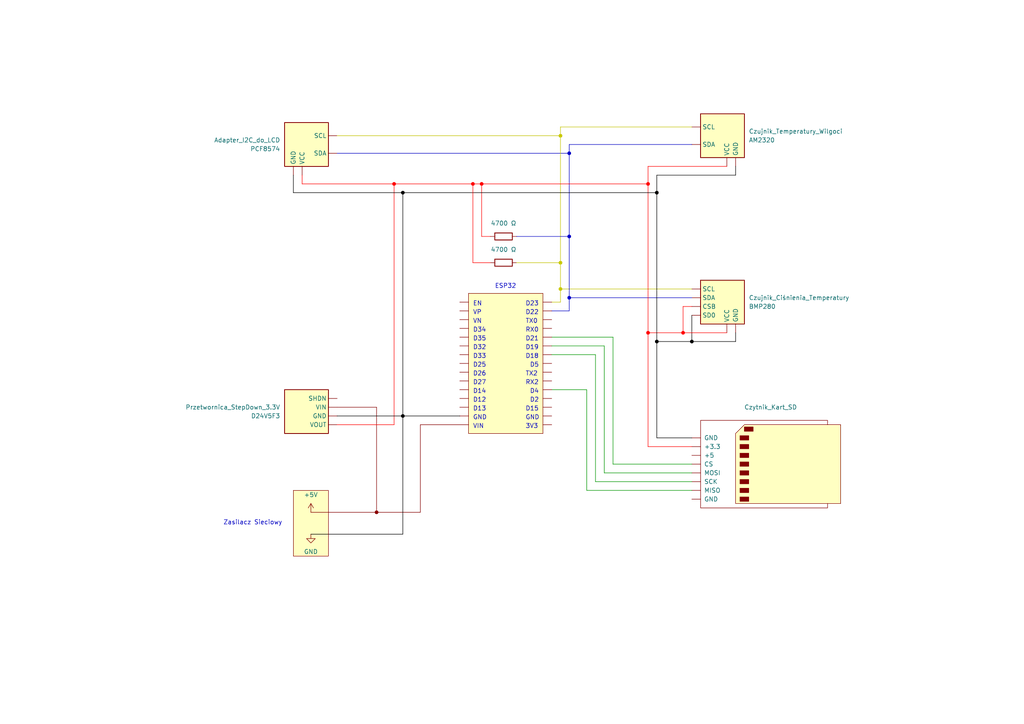
<source format=kicad_sch>
(kicad_sch (version 20230121) (generator eeschema)
  (paper "A4")
  (lib_symbols
    (symbol "BMP280_1" (pin_numbers hide)
      (property "Reference" "Czujnik_Temperatury_Wilgoci" (at 6.35 2.54 0))
      (property "Value" "AM2320" (at 6.35 0 0))
      (symbol "BMP280_1_0_1"
        (rectangle (start -7.62 7.62) (end 5.08 -5.08) (stroke (width 0.254)) (fill (type background)))
      )
      (symbol "BMP280_1_1_1"
        (pin power_in line (at 0 -7.62 90) (length 2.54) (name "VCC") (number "1"))
        (pin input line (at -10.16 3.81 0) (length 2.54) (name "SCL") (number "2"))
        (pin power_in line (at 2.54 -7.62 90) (length 2.54) (name "GND") (number "3"))
        (pin bidirectional line (at -10.16 -1.27 0) (length 2.54) (name "SDA") (number "4"))
      )
    )
    (symbol "BMP280_2" (pin_numbers hide)
      (property "Value" "D24V5F3" (at 6.35 1.27 0))
      (symbol "BMP280_2_0_1"
        (rectangle (start -7.62 7.62) (end 5.08 -5.08) (stroke (width 0.254)) (fill (type background)))
      )
      (symbol "BMP280_2_1_1"
        (pin input line (at -10.16 5.08 0) (length 2.54) (name "SHDN") (number "1"))
        (pin power_in line (at -10.16 2.54 0) (length 2.54) (name "VIN") (number "2"))
        (pin power_in line (at -10.16 0 0) (length 2.54) (name "GND") (number "3"))
        (pin power_out line (at -10.16 -2.54 0) (length 2.54) (name "VOUT") (number "4"))
      )
    )
    (symbol "BMP280_3" (pin_numbers hide)
      (property "Reference" "Adapter_I2C_LCD" (at 6.35 2.54 0))
      (property "Value" "PCF8574" (at 6.35 0 0))
      (symbol "BMP280_3_0_1"
        (rectangle (start -7.62 7.62) (end 5.08 -5.08) (stroke (width 0.254)) (fill (type background)))
      )
      (symbol "BMP280_3_1_1"
        (pin power_in line (at 0 -7.62 90) (length 2.54) (name "VCC") (number "1"))
        (pin input line (at -10.16 3.81 0) (length 2.54) (name "SCL") (number "2"))
        (pin power_in line (at 2.54 -7.62 90) (length 2.54) (name "GND") (number "3"))
        (pin bidirectional line (at -10.16 -1.27 0) (length 2.54) (name "SDA") (number "4"))
      )
    )
    (symbol "Connector:SD_Card" (pin_numbers hide) (pin_names (offset 1.016))
      (property "Reference" "SD_Card_Reader" (at 0 16.51 0))
      (symbol "SD_Card_0_1"
        (rectangle (start -8.89 -9.525) (end -6.35 -10.795) (fill (type outline)))
        (rectangle (start -8.89 -6.985) (end -6.35 -8.255) (fill (type outline)))
        (rectangle (start -8.89 -4.445) (end -6.35 -5.715) (fill (type outline)))
        (rectangle (start -8.89 -1.905) (end -6.35 -3.175) (fill (type outline)))
        (rectangle (start -8.89 0.635) (end -6.35 -0.635) (fill (type outline)))
        (rectangle (start -8.89 3.175) (end -6.35 1.905) (fill (type outline)))
        (rectangle (start -8.89 5.715) (end -6.35 4.445) (fill (type outline)))
        (rectangle (start -8.89 8.255) (end -6.35 6.985) (fill (type outline)))
        (rectangle (start -7.62 10.795) (end -5.08 9.525) (fill (type outline)))
        (polyline (pts (xy -10.16 8.89) (xy -7.62 11.43) (xy 20.32 11.43) (xy 20.32 -11.43) (xy -10.16 -11.43) (xy -10.16 8.89)) (fill (type background)))
        (polyline (pts (xy 16.51 11.43) (xy 16.51 12.7) (xy -20.32 12.7) (xy -20.32 -12.7) (xy 16.51 -12.7) (xy 16.51 -11.43)))
      )
      (symbol "SD_Card_1_1"
        (pin power_in line (at -22.86 7.62 0) (length 2.54) (name "GND") (number "1"))
        (pin power_in line (at -22.86 5.08 0) (length 2.54) (name "+3.3") (number "2"))
        (pin power_in line (at -22.86 2.54 0) (length 2.54) (name "+5") (number "3"))
        (pin input line (at -22.86 0 0) (length 2.54) (name "CS") (number "4"))
        (pin input line (at -22.86 -2.54 0) (length 2.54) (name "MOSI") (number "5"))
        (pin input line (at -22.86 -5.08 0) (length 2.54) (name "SCK") (number "6"))
        (pin input line (at -22.86 -7.62 0) (length 2.54) (name "MISO") (number "7"))
        (pin power_in line (at -22.86 -10.16 0) (length 2.54) (name "GND") (number "8"))
      )
    )
    (symbol "Device:R" (pin_numbers hide) (pin_names (offset 0))
      (property "Reference" "R" (at 2.032 0 90))
      (property "Value" "R" (at 0 0 90))
      (symbol "R_0_1"
        (rectangle (start -1.016 -2.54) (end 1.016 2.54) (stroke (width 0.254)))
      )
      (symbol "R_1_1"
        (pin passive line (at 0 3.81 270) (length 1.27) (name "~") (number "1"))
        (pin passive line (at 0 -3.81 90) (length 1.27) (name "~") (number "2"))
      )
    )
    (symbol "Sensor_Pressure:BMP280" (pin_numbers hide)
      (property "Reference" "Czujnik_Ciśnienia_Temperatury" (at 6.35 2.54 0))
      (property "Value" "BMP280" (at 6.35 0 0))
      (symbol "BMP280_0_1"
        (rectangle (start -7.62 7.62) (end 5.08 -5.08) (stroke (width 0.254)) (fill (type background)))
      )
      (symbol "BMP280_1_1"
        (pin power_in line (at 0 -7.62 90) (length 2.54) (name "VCC") (number "1"))
        (pin power_in line (at 2.54 -7.62 90) (length 2.54) (name "GND") (number "2"))
        (pin input line (at -10.16 5.08 0) (length 2.54) (name "SCL") (number "3"))
        (pin bidirectional line (at -10.16 2.54 0) (length 2.54) (name "SDA") (number "4"))
        (pin bidirectional line (at -10.16 0 0) (length 2.54) (name "CSB") (number "5"))
        (pin input line (at -10.16 -2.54 0) (length 2.54) (name "SD0") (number "6"))
      )
    )
    (symbol "power:+5V" (power) (pin_names (offset 0))
      (property "Value" "+5V" (at 0 3.556 0))
      (symbol "+5V_0_1"
        (polyline (pts (xy -0.762 1.27) (xy 0 2.54)))
        (polyline (pts (xy 0 0) (xy 0 2.54)))
        (polyline (pts (xy 0 2.54) (xy 0.762 1.27)))
      )
      (symbol "+5V_1_1"
        (pin power_in line (at 0 0 90) (length 0) hide (name "+5V") (number "1"))
      )
    )
    (symbol "power:GND" (power) (pin_names (offset 0))
      (property "Value" "GND" (at 0 -3.81 0))
      (symbol "GND_0_1"
        (polyline (pts (xy 0 0) (xy 0 -1.27) (xy 1.27 -1.27) (xy 0 -2.54) (xy -1.27 -1.27) (xy 0 -1.27)))
      )
      (symbol "GND_1_1"
        (pin power_in line (at 0 0 270) (length 0) hide (name "GND") (number "1"))
      )
    )
  )
  (junction (at 162.56 76.2) (color 194 194 0 1))
  (junction (at 162.56 39.37) (color 194 194 0 1))
  (junction (at 137.16 53.34) (color 255 0 0 1))
  (junction (at 116.84 55.88) (color 0 0 0 1))
  (junction (at 165.1 86.36) (color 0 0 194 1))
  (junction (at 190.5 55.88) (color 0 0 0 1))
  (junction (at 165.1 68.58) (color 0 0 194 1))
  (junction (at 109.22 148.59) (color 132 0 0 1))
  (junction (at 165.1 44.45) (color 0 0 194 1))
  (junction (at 114.3 53.34) (color 255 0 0 1))
  (junction (at 187.96 96.52) (color 255 0 0 1))
  (junction (at 198.12 96.52) (color 255 0 0 1))
  (junction (at 116.84 120.65) (color 0 0 0 1))
  (junction (at 187.96 53.34) (color 255 0 0 1))
  (junction (at 200.66 99.06) (color 0 0 0 1))
  (junction (at 190.5 99.06) (color 0 0 0 1))
  (junction (at 139.7 53.34) (color 255 0 0 1))
  (junction (at 162.56 83.82) (color 194 194 0 1))
  (wire (pts (xy 190.5 99.06) (xy 200.66 99.06)) (stroke (width 0) (color 0 0 0 1)))
  (wire (pts (xy 135.89 118.11) (xy 133.35 118.11)) (stroke (width 0) (color 132 0 0 1)))
  (wire (pts (xy 200.66 134.62) (xy 177.8 134.62)))
  (wire (pts (xy 109.22 118.11) (xy 97.79 118.11)) (stroke (width 0) (color 132 0 0 1)))
  (wire (pts (xy 160.02 118.11) (xy 157.48 118.11)) (stroke (width 0) (color 132 0 0 1)))
  (wire (pts (xy 165.1 68.58) (xy 165.1 44.45)) (stroke (width 0) (color 0 0 194 1)))
  (wire (pts (xy 213.36 99.06) (xy 213.36 96.52)) (stroke (width 0) (color 0 0 0 1)))
  (wire (pts (xy 121.92 123.19) (xy 135.89 123.19)) (stroke (width 0) (color 132 0 0 1)))
  (wire (pts (xy 160.02 123.19) (xy 157.48 123.19)) (stroke (width 0) (color 132 0 0 1)))
  (wire (pts (xy 187.96 53.34) (xy 187.96 48.26)) (stroke (width 0) (color 255 0 0 1)))
  (wire (pts (xy 165.1 86.36) (xy 165.1 90.17)) (stroke (width 0) (color 0 0 194 1)))
  (wire (pts (xy 187.96 48.26) (xy 210.82 48.26)) (stroke (width 0) (color 255 0 0 1)))
  (wire (pts (xy 116.84 120.65) (xy 133.35 120.65)) (stroke (width 0) (color 0 0 0 1)))
  (wire (pts (xy 160.02 107.95) (xy 157.48 107.95)) (stroke (width 0) (color 132 0 0 1)))
  (wire (pts (xy 160.02 105.41) (xy 157.48 105.41)) (stroke (width 0) (color 132 0 0 1)))
  (wire (pts (xy 109.22 148.59) (xy 121.92 148.59)) (stroke (width 0) (color 132 0 0 1)))
  (wire (pts (xy 200.66 137.16) (xy 175.26 137.16)))
  (wire (pts (xy 190.5 50.8) (xy 190.5 55.88)) (stroke (width 0) (color 0 0 0 1)))
  (wire (pts (xy 139.7 53.34) (xy 139.7 68.58)) (stroke (width 0) (color 255 0 0 1)))
  (wire (pts (xy 135.89 115.57) (xy 133.35 115.57)) (stroke (width 0) (color 132 0 0 1)))
  (wire (pts (xy 135.89 97.79) (xy 133.35 97.79)) (stroke (width 0) (color 132 0 0 1)))
  (wire (pts (xy 87.63 50.8) (xy 87.63 53.34)) (stroke (width 0) (color 255 0 0 1)))
  (wire (pts (xy 135.89 110.49) (xy 133.35 110.49)) (stroke (width 0) (color 132 0 0 1)))
  (wire (pts (xy 172.72 102.87) (xy 160.02 102.87)))
  (wire (pts (xy 135.89 107.95) (xy 133.35 107.95)) (stroke (width 0) (color 132 0 0 1)))
  (wire (pts (xy 165.1 86.36) (xy 200.66 86.36)) (stroke (width 0) (color 0 0 194 1)))
  (wire (pts (xy 162.56 83.82) (xy 162.56 87.63)) (stroke (width 0) (color 194 194 0 1)))
  (wire (pts (xy 198.12 88.9) (xy 200.66 88.9)) (stroke (width 0) (color 255 0 0 1)))
  (wire (pts (xy 170.18 113.03) (xy 160.02 113.03)))
  (wire (pts (xy 109.22 118.11) (xy 109.22 148.59)) (stroke (width 0) (color 132 0 0 1)))
  (wire (pts (xy 160.02 87.63) (xy 162.56 87.63)) (stroke (width 0) (color 194 194 0 1)))
  (wire (pts (xy 116.84 154.94) (xy 116.84 120.65)) (stroke (width 0) (color 0 0 0 1)))
  (wire (pts (xy 135.89 120.65) (xy 133.35 120.65)) (stroke (width 0) (color 132 0 0 1)))
  (wire (pts (xy 160.02 90.17) (xy 165.1 90.17)) (stroke (width 0) (color 0 0 194 1)))
  (wire (pts (xy 190.5 55.88) (xy 190.5 99.06)) (stroke (width 0) (color 0 0 0 1)))
  (wire (pts (xy 160.02 115.57) (xy 157.48 115.57)) (stroke (width 0) (color 132 0 0 1)))
  (wire (pts (xy 114.3 53.34) (xy 137.16 53.34)) (stroke (width 0) (color 255 0 0 1)))
  (wire (pts (xy 160.02 110.49) (xy 157.48 110.49)) (stroke (width 0) (color 132 0 0 1)))
  (wire (pts (xy 85.09 55.88) (xy 85.09 50.8)) (stroke (width 0) (color 0 0 0 1)))
  (wire (pts (xy 198.12 96.52) (xy 210.82 96.52)) (stroke (width 0) (color 255 0 0 1)))
  (wire (pts (xy 187.96 96.52) (xy 187.96 129.54)) (stroke (width 0) (color 255 0 0 1)))
  (wire (pts (xy 160.02 97.79) (xy 157.48 97.79)) (stroke (width 0) (color 132 0 0 1)))
  (wire (pts (xy 200.66 99.06) (xy 213.36 99.06)) (stroke (width 0) (color 0 0 0 1)))
  (wire (pts (xy 97.79 39.37) (xy 162.56 39.37)) (stroke (width 0) (color 194 194 0 1)))
  (wire (pts (xy 116.84 55.88) (xy 116.84 120.65)) (stroke (width 0) (color 0 0 0 1)))
  (wire (pts (xy 190.5 50.8) (xy 213.36 50.8)) (stroke (width 0) (color 0 0 0 1)))
  (wire (pts (xy 97.79 123.19) (xy 114.3 123.19)) (stroke (width 0) (color 255 0 0 1)))
  (wire (pts (xy 135.89 95.25) (xy 133.35 95.25)) (stroke (width 0) (color 132 0 0 1)))
  (wire (pts (xy 139.7 68.58) (xy 142.24 68.58)) (stroke (width 0) (color 255 0 0 1)))
  (wire (pts (xy 160.02 113.03) (xy 157.48 113.03)) (stroke (width 0) (color 132 0 0 1)))
  (wire (pts (xy 157.48 87.63) (xy 160.02 87.63)) (stroke (width 0) (color 132 0 0 1)))
  (wire (pts (xy 162.56 76.2) (xy 162.56 39.37)) (stroke (width 0) (color 194 194 0 1)))
  (wire (pts (xy 200.66 142.24) (xy 170.18 142.24)))
  (wire (pts (xy 135.89 105.41) (xy 133.35 105.41)) (stroke (width 0) (color 132 0 0 1)))
  (wire (pts (xy 165.1 68.58) (xy 149.86 68.58)) (stroke (width 0) (color 0 0 194 1)))
  (wire (pts (xy 135.89 100.33) (xy 133.35 100.33)) (stroke (width 0) (color 132 0 0 1)))
  (wire (pts (xy 135.89 87.63) (xy 133.35 87.63)) (stroke (width 0) (color 132 0 0 1)))
  (wire (pts (xy 90.17 148.59) (xy 109.22 148.59)) (stroke (width 0) (color 132 0 0 1)))
  (wire (pts (xy 160.02 120.65) (xy 157.48 120.65)) (stroke (width 0) (color 132 0 0 1)))
  (wire (pts (xy 139.7 53.34) (xy 187.96 53.34)) (stroke (width 0) (color 255 0 0 1)))
  (wire (pts (xy 170.18 142.24) (xy 170.18 113.03)))
  (wire (pts (xy 165.1 44.45) (xy 165.1 41.91)) (stroke (width 0) (color 0 0 194 1)))
  (wire (pts (xy 85.09 55.88) (xy 116.84 55.88)) (stroke (width 0) (color 0 0 0 1)))
  (wire (pts (xy 114.3 53.34) (xy 114.3 123.19)) (stroke (width 0) (color 255 0 0 1)))
  (wire (pts (xy 175.26 137.16) (xy 175.26 100.33)))
  (wire (pts (xy 162.56 83.82) (xy 200.66 83.82)) (stroke (width 0) (color 194 194 0 1)))
  (wire (pts (xy 190.5 99.06) (xy 190.5 127)) (stroke (width 0) (color 0 0 0 1)))
  (wire (pts (xy 165.1 41.91) (xy 200.66 41.91)) (stroke (width 0) (color 0 0 194 1)))
  (wire (pts (xy 135.89 113.03) (xy 133.35 113.03)) (stroke (width 0) (color 132 0 0 1)))
  (wire (pts (xy 213.36 50.8) (xy 213.36 48.26)) (stroke (width 0) (color 0 0 0 1)))
  (wire (pts (xy 97.79 44.45) (xy 165.1 44.45)) (stroke (width 0) (color 0 0 194 1)))
  (wire (pts (xy 162.56 36.83) (xy 200.66 36.83)) (stroke (width 0) (color 194 194 0 1)))
  (wire (pts (xy 162.56 76.2) (xy 162.56 83.82)) (stroke (width 0) (color 194 194 0 1)))
  (wire (pts (xy 198.12 96.52) (xy 198.12 88.9)) (stroke (width 0) (color 255 0 0 1)))
  (wire (pts (xy 160.02 90.17) (xy 157.48 90.17)) (stroke (width 0) (color 132 0 0 1)))
  (wire (pts (xy 187.96 53.34) (xy 187.96 96.52)) (stroke (width 0) (color 255 0 0 1)))
  (wire (pts (xy 116.84 55.88) (xy 190.5 55.88)) (stroke (width 0) (color 0 0 0 1)))
  (wire (pts (xy 165.1 68.58) (xy 165.1 86.36)) (stroke (width 0) (color 0 0 194 1)))
  (wire (pts (xy 162.56 39.37) (xy 162.56 36.83)) (stroke (width 0) (color 194 194 0 1)))
  (wire (pts (xy 137.16 53.34) (xy 139.7 53.34)) (stroke (width 0) (color 255 0 0 1)))
  (wire (pts (xy 160.02 95.25) (xy 157.48 95.25)) (stroke (width 0) (color 132 0 0 1)))
  (wire (pts (xy 200.66 91.44) (xy 200.66 99.06)) (stroke (width 0) (color 0 0 0 1)))
  (wire (pts (xy 137.16 76.2) (xy 142.24 76.2)) (stroke (width 0) (color 255 0 0 1)))
  (wire (pts (xy 87.63 53.34) (xy 114.3 53.34)) (stroke (width 0) (color 255 0 0 1)))
  (wire (pts (xy 121.92 148.59) (xy 121.92 123.19)) (stroke (width 0) (color 132 0 0 1)))
  (wire (pts (xy 187.96 96.52) (xy 198.12 96.52)) (stroke (width 0) (color 255 0 0 1)))
  (wire (pts (xy 137.16 53.34) (xy 137.16 76.2)) (stroke (width 0) (color 255 0 0 1)))
  (wire (pts (xy 160.02 100.33) (xy 175.26 100.33)))
  (wire (pts (xy 135.89 92.71) (xy 133.35 92.71)) (stroke (width 0) (color 132 0 0 1)))
  (wire (pts (xy 177.8 97.79) (xy 160.02 97.79)))
  (wire (pts (xy 160.02 102.87) (xy 157.48 102.87)) (stroke (width 0) (color 132 0 0 1)))
  (wire (pts (xy 172.72 139.7) (xy 172.72 102.87)))
  (wire (pts (xy 187.96 129.54) (xy 200.66 129.54)) (stroke (width 0) (color 255 0 0 1)))
  (wire (pts (xy 135.89 90.17) (xy 133.35 90.17)) (stroke (width 0) (color 132 0 0 1)))
  (wire (pts (xy 116.84 120.65) (xy 97.79 120.65)) (stroke (width 0) (color 0 0 0 1)))
  (wire (pts (xy 160.02 92.71) (xy 157.48 92.71)) (stroke (width 0) (color 132 0 0 1)))
  (wire (pts (xy 90.17 154.94) (xy 116.84 154.94)) (stroke (width 0) (color 0 0 0 1)))
  (wire (pts (xy 200.66 139.7) (xy 172.72 139.7)))
  (wire (pts (xy 135.89 102.87) (xy 133.35 102.87)) (stroke (width 0) (color 132 0 0 1)))
  (wire (pts (xy 177.8 134.62) (xy 177.8 97.79)))
  (wire (pts (xy 160.02 100.33) (xy 157.48 100.33)) (stroke (width 0) (color 132 0 0 1)))
  (wire (pts (xy 190.5 127) (xy 200.66 127)) (stroke (width 0) (color 0 0 0 1)))
  (wire (pts (xy 162.56 76.2) (xy 149.86 76.2)) (stroke (width 0) (color 194 194 0 1)))
  (rectangle (start 85.09 142.24) (end 95.25 161.29) (stroke (width 0) (color 132 0 0 1)) (fill (type color) (color 255 255 194 1)))
  (rectangle (start 135.89 85.09) (end 157.48 125.73) (stroke (width 0) (color 132 0 0 1)) (fill (type color) (color 255 255 194 1)))
  (text "3V3" (at 152.4 124.46 0) (effects (font (size 1.27 1.27)) (justify left bottom)))
  (text "D27" (at 137.16 111.76 0) (effects (font (size 1.27 1.27)) (justify left bottom)))
  (text "RX0" (at 152.4 96.52 0) (effects (font (size 1.27 1.27)) (justify left bottom)))
  (text "D34" (at 137.16 96.52 0) (effects (font (size 1.27 1.27)) (justify left bottom)))
  (text "TX2" (at 152.4 109.22 0) (effects (font (size 1.27 1.27)) (justify left bottom)))
  (text "TX0" (at 152.4 93.98 0) (effects (font (size 1.27 1.27)) (justify left bottom)))
  (text "D13" (at 137.16 119.38 0) (effects (font (size 1.27 1.27)) (justify left bottom)))
  (text "D5" (at 153.67 106.68 0) (effects (font (size 1.27 1.27)) (justify left bottom)))
  (text "D21" (at 152.4 99.06 0) (effects (font (size 1.27 1.27)) (justify left bottom)))
  (text "GND" (at 152.4 121.92 0) (effects (font (size 1.27 1.27)) (justify left bottom)))
  (text "D4" (at 153.67 114.3 0) (effects (font (size 1.27 1.27)) (justify left bottom)))
  (text "ESP32" (at 143.51 83.82 0) (effects (font (size 1.27 1.27)) (justify left bottom)))
  (text "D33" (at 137.16 104.14 0) (effects (font (size 1.27 1.27)) (justify left bottom)))
  (text "Zasilacz Sieciowy" (at 64.77 152.4 0) (effects (font (size 1.27 1.27)) (justify left bottom)))
  (text "D12" (at 137.16 116.84 0) (effects (font (size 1.27 1.27)) (justify left bottom)))
  (text "D23" (at 152.4 88.9 0) (effects (font (size 1.27 1.27)) (justify left bottom)))
  (text "VIN" (at 137.16 124.46 0) (effects (font (size 1.27 1.27)) (justify left bottom)))
  (text "EN" (at 137.16 88.9 0) (effects (font (size 1.27 1.27)) (justify left bottom)))
  (text "D26" (at 137.16 109.22 0) (effects (font (size 1.27 1.27)) (justify left bottom)))
  (text "D32" (at 137.16 101.6 0) (effects (font (size 1.27 1.27)) (justify left bottom)))
  (text "GND" (at 137.16 121.92 0) (effects (font (size 1.27 1.27)) (justify left bottom)))
  (text "D22" (at 152.4 91.44 0) (effects (font (size 1.27 1.27)) (justify left bottom)))
  (text "VP" (at 137.16 91.44 0) (effects (font (size 1.27 1.27)) (justify left bottom)))
  (text "D19" (at 152.4 101.6 0) (effects (font (size 1.27 1.27)) (justify left bottom)))
  (text "D15" (at 152.4 119.38 0) (effects (font (size 1.27 1.27)) (justify left bottom)))
  (text "VN" (at 137.16 93.98 0) (effects (font (size 1.27 1.27)) (justify left bottom)))
  (text "D25" (at 137.16 106.68 0) (effects (font (size 1.27 1.27)) (justify left bottom)))
  (text "D14" (at 137.16 114.3 0) (effects (font (size 1.27 1.27)) (justify left bottom)))
  (text "D2" (at 153.67 116.84 0) (effects (font (size 1.27 1.27)) (justify left bottom)))
  (text "RX2" (at 152.4 111.76 0) (effects (font (size 1.27 1.27)) (justify left bottom)))
  (text "D18" (at 152.4 104.14 0) (effects (font (size 1.27 1.27)) (justify left bottom)))
  (text "D35" (at 137.16 99.06 0) (effects (font (size 1.27 1.27)) (justify left bottom)))
  (symbol (lib_name "BMP280_2") (lib_id "Sensor_Pressure:BMP280") (at 87.63 120.65 0) (mirror y) (unit 1)
    (property "Reference" "Przetwornica_StepDown_3.3V" (at 81.28 118.11 0) (effects (justify left)))
    (property "Value" "D24V5F3" (at 81.28 120.65 0) (effects (justify left)))
    (property "Footprint" "Package_LGA:Bosch_LGA-8_2x2.5mm_P0.65mm_ClockwisePinNumbering" (effects hide))
    (property "Datasheet" "https://ae-bst.resource.bosch.com/media/_tech/media/datasheets/BST-BMP280-DS001.pdf" (effects hide))
  )
  (symbol (lib_name "BMP280_3") (lib_id "Sensor_Pressure:BMP280") (at 87.63 43.18 0) (mirror y) (unit 1)
    (property "Reference" "Adapter_I2C_do_LCD" (at 81.28 40.64 0) (effects (justify left)))
    (property "Value" "PCF8574" (at 81.28 43.18 0) (effects (justify left)))
    (property "Footprint" "Package_LGA:Bosch_LGA-8_2x2.5mm_P0.65mm_ClockwisePinNumbering" (effects hide))
    (property "Datasheet" "https://ae-bst.resource.bosch.com/media/_tech/media/datasheets/BST-BMP280-DS001.pdf" (effects hide))
  )
  (symbol (lib_id "Connector:SD_Card") (at 223.52 134.62 0) (unit 1)
    (property "Reference" "Czytnik_Kart_SD" (at 223.52 118.11 0))
    (property "Value" "SD_Card" (effects hide))
    (property "Datasheet" "http://portal.fciconnect.com/Comergent//fci/drawing/10067847.pdf" (effects hide))
  )
  (symbol (lib_id "Sensor_Pressure:BMP280") (at 210.82 88.9 0) (unit 1)
    (property "Reference" "Czujnik_Ciśnienia_Temperatury" (at 217.17 86.36 0) (effects (justify left)))
    (property "Value" "BMP280" (at 217.17 88.9 0) (effects (justify left)))
    (property "Footprint" "Package_LGA:Bosch_LGA-8_2x2.5mm_P0.65mm_ClockwisePinNumbering" (effects hide))
    (property "Datasheet" "https://ae-bst.resource.bosch.com/media/_tech/media/datasheets/BST-BMP280-DS001.pdf" (effects hide))
  )
  (symbol (lib_id "power:GND") (at 90.17 154.94 0) (unit 1)
    (property "Reference" "#PWR02" (effects hide))
    (property "Value" "GND" (at 90.17 160.02 0))
  )
  (symbol (lib_name "BMP280_1") (lib_id "Sensor_Pressure:BMP280") (at 210.82 40.64 0) (unit 1)
    (property "Reference" "Czujnik_Temperatury_Wilgoci" (at 217.17 38.1 0) (effects (justify left)))
    (property "Value" "AM2320" (at 217.17 40.64 0) (effects (justify left)))
    (property "Footprint" "Package_LGA:Bosch_LGA-8_2x2.5mm_P0.65mm_ClockwisePinNumbering" (effects hide))
    (property "Datasheet" "https://ae-bst.resource.bosch.com/media/_tech/media/datasheets/BST-BMP280-DS001.pdf" (effects hide))
  )
  (symbol (lib_id "Device:R") (at 146.05 76.2 270) (unit 1)
    (property "Reference" "R2" (effects hide))
    (property "Value" "4700 Ω" (at 146.05 72.39 90))
  )
  (symbol (lib_id "Device:R") (at 146.05 68.58 270) (unit 1)
    (property "Reference" "R1" (effects hide))
    (property "Value" "4700 Ω" (at 146.05 64.77 90))
  )
  (symbol (lib_id "power:+5V") (at 90.17 148.59 0) (unit 1)
    (property "Reference" "#PWR01" (effects hide))
    (property "Value" "+5V" (at 90.17 143.51 0))
  )
)
</source>
